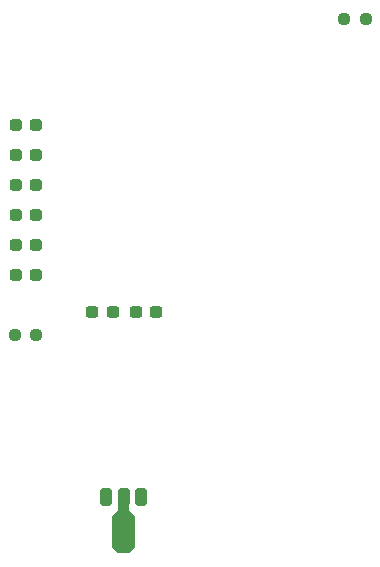
<source format=gbr>
%TF.GenerationSoftware,KiCad,Pcbnew,(6.0.7)*%
%TF.CreationDate,2022-11-12T16:10:30-08:00*%
%TF.ProjectId,Cublic,4375626c-6963-42e6-9b69-6361645f7063,rev?*%
%TF.SameCoordinates,Original*%
%TF.FileFunction,Paste,Top*%
%TF.FilePolarity,Positive*%
%FSLAX46Y46*%
G04 Gerber Fmt 4.6, Leading zero omitted, Abs format (unit mm)*
G04 Created by KiCad (PCBNEW (6.0.7)) date 2022-11-12 16:10:30*
%MOMM*%
%LPD*%
G01*
G04 APERTURE LIST*
G04 Aperture macros list*
%AMRoundRect*
0 Rectangle with rounded corners*
0 $1 Rounding radius*
0 $2 $3 $4 $5 $6 $7 $8 $9 X,Y pos of 4 corners*
0 Add a 4 corners polygon primitive as box body*
4,1,4,$2,$3,$4,$5,$6,$7,$8,$9,$2,$3,0*
0 Add four circle primitives for the rounded corners*
1,1,$1+$1,$2,$3*
1,1,$1+$1,$4,$5*
1,1,$1+$1,$6,$7*
1,1,$1+$1,$8,$9*
0 Add four rect primitives between the rounded corners*
20,1,$1+$1,$2,$3,$4,$5,0*
20,1,$1+$1,$4,$5,$6,$7,0*
20,1,$1+$1,$6,$7,$8,$9,0*
20,1,$1+$1,$8,$9,$2,$3,0*%
G04 Aperture macros list end*
%ADD10RoundRect,0.250000X0.250000X0.500000X-0.250000X0.500000X-0.250000X-0.500000X0.250000X-0.500000X0*%
%ADD11RoundRect,0.237500X-0.250000X-0.237500X0.250000X-0.237500X0.250000X0.237500X-0.250000X0.237500X0*%
%ADD12RoundRect,0.237500X-0.287500X-0.237500X0.287500X-0.237500X0.287500X0.237500X-0.287500X0.237500X0*%
%ADD13RoundRect,0.237500X-0.300000X-0.237500X0.300000X-0.237500X0.300000X0.237500X-0.300000X0.237500X0*%
%ADD14RoundRect,0.237500X0.300000X0.237500X-0.300000X0.237500X-0.300000X-0.237500X0.300000X-0.237500X0*%
G04 APERTURE END LIST*
%TO.C,Q1*%
G36*
X500000Y-54760689D02*
G01*
X1000000Y-55260689D01*
X1000000Y-57960689D01*
X500000Y-58460689D01*
X-500000Y-58460689D01*
X-1000000Y-57960689D01*
X-1000000Y-55260689D01*
X-500000Y-54760689D01*
X-500000Y-54210689D01*
X500000Y-54210689D01*
X500000Y-54760689D01*
G37*
%TD*%
D10*
%TO.C,Q1*%
X-1500000Y-53700000D03*
X1500000Y-53700000D03*
X0Y-53700000D03*
%TD*%
D11*
%TO.C,R9*%
X18687500Y-13200000D03*
X20512500Y-13200000D03*
%TD*%
D12*
%TO.C,D3*%
X-9125000Y-32360000D03*
X-7375000Y-32360000D03*
%TD*%
D11*
%TO.C,R19*%
X-9207500Y-40000000D03*
X-7382500Y-40000000D03*
%TD*%
D13*
%TO.C,C2*%
X-2662500Y-38000000D03*
X-937500Y-38000000D03*
%TD*%
D12*
%TO.C,D6*%
X-9125000Y-34900000D03*
X-7375000Y-34900000D03*
%TD*%
%TO.C,D5*%
X-9125000Y-29820000D03*
X-7375000Y-29820000D03*
%TD*%
D14*
%TO.C,C1*%
X2762500Y-38000000D03*
X1037500Y-38000000D03*
%TD*%
D12*
%TO.C,D2*%
X-9125000Y-27280000D03*
X-7375000Y-27280000D03*
%TD*%
%TO.C,D1*%
X-9125000Y-22200000D03*
X-7375000Y-22200000D03*
%TD*%
%TO.C,D4*%
X-9125000Y-24740000D03*
X-7375000Y-24740000D03*
%TD*%
M02*

</source>
